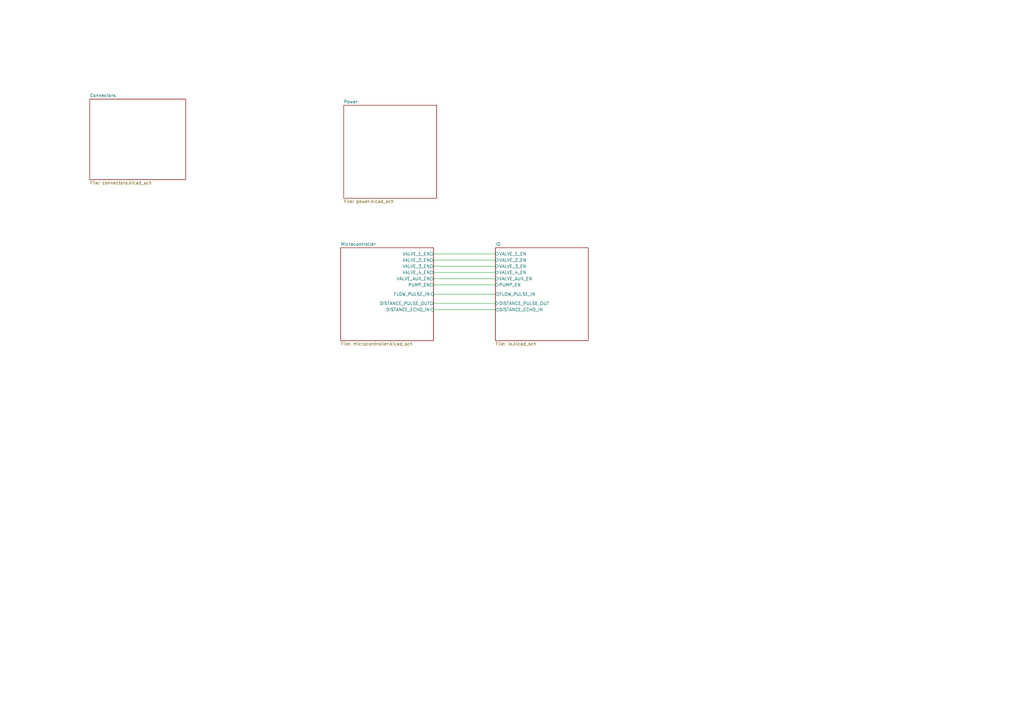
<source format=kicad_sch>
(kicad_sch
	(version 20250114)
	(generator "eeschema")
	(generator_version "9.0")
	(uuid "5d7ac222-0507-4d15-abeb-aaf90d577192")
	(paper "A3")
	(title_block
		(title "Overall")
		(date "2023-06-27")
		(rev "0.1")
		(company "SnowdenLabs")
		(comment 1 "Thyme after Thyme")
	)
	(lib_symbols)
	(wire
		(pts
			(xy 177.8 109.22) (xy 203.2 109.22)
		)
		(stroke
			(width 0)
			(type default)
		)
		(uuid "310427a1-0b63-424b-8bd7-0ad4f56d0870")
	)
	(wire
		(pts
			(xy 177.8 116.84) (xy 203.2 116.84)
		)
		(stroke
			(width 0)
			(type default)
		)
		(uuid "570744f5-261b-452f-b8be-22e73554be68")
	)
	(wire
		(pts
			(xy 177.8 114.3) (xy 203.2 114.3)
		)
		(stroke
			(width 0)
			(type default)
		)
		(uuid "68d52c8e-c90d-421d-9912-8d0ce1d7eff4")
	)
	(wire
		(pts
			(xy 177.8 127) (xy 203.2 127)
		)
		(stroke
			(width 0)
			(type default)
		)
		(uuid "6a156870-327e-4038-8e9a-c30f2b974f0b")
	)
	(wire
		(pts
			(xy 177.8 124.46) (xy 203.2 124.46)
		)
		(stroke
			(width 0)
			(type default)
		)
		(uuid "a438030f-7d68-4104-a06c-d405a2c82855")
	)
	(wire
		(pts
			(xy 177.8 120.65) (xy 203.2 120.65)
		)
		(stroke
			(width 0)
			(type default)
		)
		(uuid "b3401230-bbba-475f-9591-d0b5d581af0b")
	)
	(wire
		(pts
			(xy 177.8 106.68) (xy 203.2 106.68)
		)
		(stroke
			(width 0)
			(type default)
		)
		(uuid "d71ff0b3-8fd5-413f-be70-2f0175e0bdcf")
	)
	(wire
		(pts
			(xy 177.8 111.76) (xy 203.2 111.76)
		)
		(stroke
			(width 0)
			(type default)
		)
		(uuid "eec6f9f5-3fa1-4ae9-ae02-12c982bbbb45")
	)
	(wire
		(pts
			(xy 177.8 104.14) (xy 203.2 104.14)
		)
		(stroke
			(width 0)
			(type default)
		)
		(uuid "fad4fbc9-d0c5-4875-a562-52b31cac770f")
	)
	(sheet
		(at 139.7 101.6)
		(size 38.1 38.1)
		(exclude_from_sim no)
		(in_bom yes)
		(on_board yes)
		(dnp no)
		(fields_autoplaced yes)
		(stroke
			(width 0.1524)
			(type solid)
		)
		(fill
			(color 0 0 0 0.0000)
		)
		(uuid "1e6b2948-3a73-4d2a-b623-fca0d5a4647b")
		(property "Sheetname" "Microcontroller"
			(at 139.7 100.8884 0)
			(effects
				(font
					(size 1.27 1.27)
				)
				(justify left bottom)
			)
		)
		(property "Sheetfile" "microcontroller.kicad_sch"
			(at 139.7 140.2846 0)
			(effects
				(font
					(size 1.27 1.27)
				)
				(justify left top)
			)
		)
		(pin "VALVE_1_EN" output
			(at 177.8 104.14 0)
			(uuid "8b921237-28ee-4fda-a70d-d98da3581660")
			(effects
				(font
					(size 1.27 1.27)
				)
				(justify right)
			)
		)
		(pin "VALVE_4_EN" output
			(at 177.8 111.76 0)
			(uuid "6d96d85a-dd5c-4b28-abc3-3611559cce20")
			(effects
				(font
					(size 1.27 1.27)
				)
				(justify right)
			)
		)
		(pin "VALVE_2_EN" output
			(at 177.8 106.68 0)
			(uuid "ad7e441c-ffb8-4f5a-ad3c-03d94283c96b")
			(effects
				(font
					(size 1.27 1.27)
				)
				(justify right)
			)
		)
		(pin "VALVE_3_EN" output
			(at 177.8 109.22 0)
			(uuid "449802a0-fe89-4b93-a9dc-14617df2e8a7")
			(effects
				(font
					(size 1.27 1.27)
				)
				(justify right)
			)
		)
		(pin "VALVE_AUX_EN" output
			(at 177.8 114.3 0)
			(uuid "3b0b4a88-7844-4ce1-98ca-92d740832dbf")
			(effects
				(font
					(size 1.27 1.27)
				)
				(justify right)
			)
		)
		(pin "PUMP_EN" output
			(at 177.8 116.84 0)
			(uuid "a3ca35e2-657c-4fb0-b224-07fe32062587")
			(effects
				(font
					(size 1.27 1.27)
				)
				(justify right)
			)
		)
		(pin "DISTANCE_ECHO_IN" input
			(at 177.8 127 0)
			(uuid "157f8057-886b-4277-8f4c-805d1a81f8fb")
			(effects
				(font
					(size 1.27 1.27)
				)
				(justify right)
			)
		)
		(pin "FLOW_PULSE_IN" input
			(at 177.8 120.65 0)
			(uuid "a8430cd9-0c2b-4927-885f-d5515c0e8d78")
			(effects
				(font
					(size 1.27 1.27)
				)
				(justify right)
			)
		)
		(pin "DISTANCE_PULSE_OUT" output
			(at 177.8 124.46 0)
			(uuid "97d8da33-d0c3-4e06-8601-60c730494242")
			(effects
				(font
					(size 1.27 1.27)
				)
				(justify right)
			)
		)
		(instances
			(project "thymeafterthyme"
				(path "/5d7ac222-0507-4d15-abeb-aaf90d577192"
					(page "3")
				)
			)
		)
	)
	(sheet
		(at 140.97 43.18)
		(size 38.1 38.1)
		(exclude_from_sim no)
		(in_bom yes)
		(on_board yes)
		(dnp no)
		(fields_autoplaced yes)
		(stroke
			(width 0.1524)
			(type solid)
		)
		(fill
			(color 0 0 0 0.0000)
		)
		(uuid "2f12a85a-0255-4250-a281-38eafb39c901")
		(property "Sheetname" "Power"
			(at 140.97 42.4684 0)
			(effects
				(font
					(size 1.27 1.27)
				)
				(justify left bottom)
			)
		)
		(property "Sheetfile" "power.kicad_sch"
			(at 140.97 81.8646 0)
			(effects
				(font
					(size 1.27 1.27)
				)
				(justify left top)
			)
		)
		(instances
			(project "thymeafterthyme"
				(path "/5d7ac222-0507-4d15-abeb-aaf90d577192"
					(page "2")
				)
			)
		)
	)
	(sheet
		(at 203.2 101.6)
		(size 38.1 38.1)
		(exclude_from_sim no)
		(in_bom yes)
		(on_board yes)
		(dnp no)
		(fields_autoplaced yes)
		(stroke
			(width 0.1524)
			(type solid)
		)
		(fill
			(color 0 0 0 0.0000)
		)
		(uuid "736f41c3-c1f4-4de1-8181-bfcb7eb0063a")
		(property "Sheetname" "IO"
			(at 203.2 100.8884 0)
			(effects
				(font
					(size 1.27 1.27)
				)
				(justify left bottom)
			)
		)
		(property "Sheetfile" "io.kicad_sch"
			(at 203.2 140.2846 0)
			(effects
				(font
					(size 1.27 1.27)
				)
				(justify left top)
			)
		)
		(pin "VALVE_2_EN" input
			(at 203.2 106.68 180)
			(uuid "2d294628-2313-4425-85bb-05d555258596")
			(effects
				(font
					(size 1.27 1.27)
				)
				(justify left)
			)
		)
		(pin "VALVE_1_EN" input
			(at 203.2 104.14 180)
			(uuid "cefe83c0-8ae7-4b51-9ad8-0767e1ff6c56")
			(effects
				(font
					(size 1.27 1.27)
				)
				(justify left)
			)
		)
		(pin "VALVE_AUX_EN" input
			(at 203.2 114.3 180)
			(uuid "012e2dd8-c5a1-45f1-abea-811e4b87cb0f")
			(effects
				(font
					(size 1.27 1.27)
				)
				(justify left)
			)
		)
		(pin "PUMP_EN" input
			(at 203.2 116.84 180)
			(uuid "036f215a-3749-490d-8404-d2b74f33009f")
			(effects
				(font
					(size 1.27 1.27)
				)
				(justify left)
			)
		)
		(pin "VALVE_3_EN" input
			(at 203.2 109.22 180)
			(uuid "219f134a-1d35-4346-8aca-13fdaaba2839")
			(effects
				(font
					(size 1.27 1.27)
				)
				(justify left)
			)
		)
		(pin "VALVE_4_EN" input
			(at 203.2 111.76 180)
			(uuid "66725551-1629-4dff-b5ac-31c3e893ef0f")
			(effects
				(font
					(size 1.27 1.27)
				)
				(justify left)
			)
		)
		(pin "FLOW_PULSE_IN" output
			(at 203.2 120.65 180)
			(uuid "141c2910-c80c-4b5c-8233-abe3fa5eb505")
			(effects
				(font
					(size 1.27 1.27)
				)
				(justify left)
			)
		)
		(pin "DISTANCE_PULSE_OUT" input
			(at 203.2 124.46 180)
			(uuid "e5892bab-bb4b-4368-b040-d63532fd7af9")
			(effects
				(font
					(size 1.27 1.27)
				)
				(justify left)
			)
		)
		(pin "DISTANCE_ECHO_IN" output
			(at 203.2 127 180)
			(uuid "ecdaf580-7f87-4dd4-bf7b-7c09bab47fd9")
			(effects
				(font
					(size 1.27 1.27)
				)
				(justify left)
			)
		)
		(instances
			(project "thymeafterthyme"
				(path "/5d7ac222-0507-4d15-abeb-aaf90d577192"
					(page "4")
				)
			)
		)
	)
	(sheet
		(at 36.83 40.64)
		(size 39.37 33.02)
		(exclude_from_sim no)
		(in_bom yes)
		(on_board yes)
		(dnp no)
		(fields_autoplaced yes)
		(stroke
			(width 0.1524)
			(type solid)
		)
		(fill
			(color 0 0 0 0.0000)
		)
		(uuid "9d687eaa-f5ae-4815-b721-ff1b66d35f8d")
		(property "Sheetname" "Connectors"
			(at 36.83 39.9284 0)
			(effects
				(font
					(size 1.27 1.27)
				)
				(justify left bottom)
			)
		)
		(property "Sheetfile" "connectors.kicad_sch"
			(at 36.83 74.2446 0)
			(effects
				(font
					(size 1.27 1.27)
				)
				(justify left top)
			)
		)
		(instances
			(project "thymeafterthyme"
				(path "/5d7ac222-0507-4d15-abeb-aaf90d577192"
					(page "5")
				)
			)
		)
	)
	(sheet_instances
		(path "/"
			(page "1")
		)
	)
	(embedded_fonts no)
)

</source>
